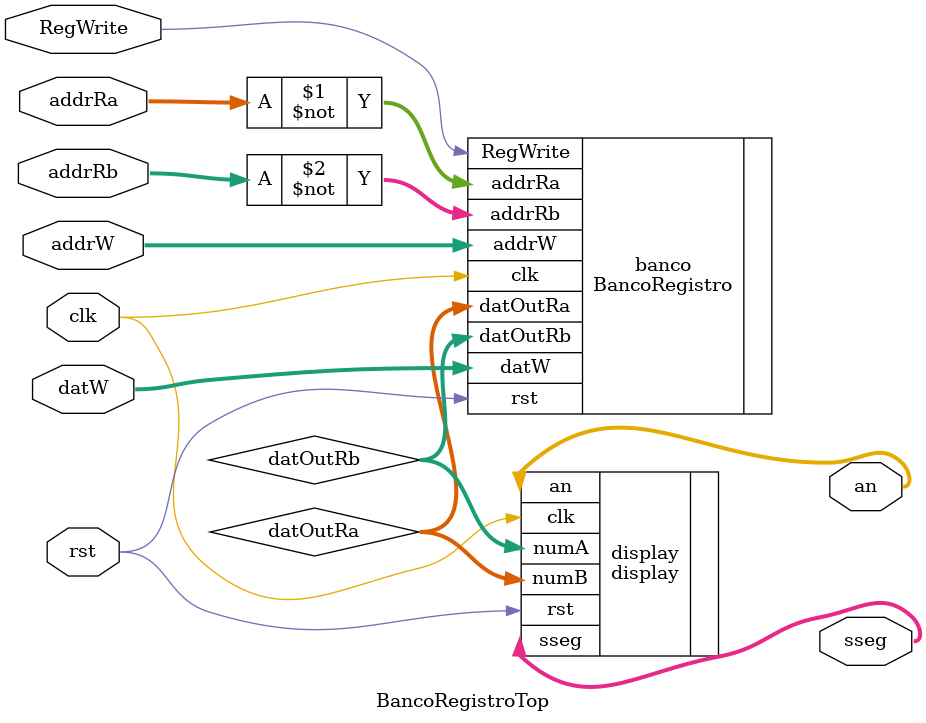
<source format=v>
module BancoRegistroTop(
	output [0:6] sseg,
	output [3:0] an,
	input [3:0] addrRa,
	input [3:0] addrRb,
	input [3:0] addrW,
	input [3:0] datW,
	input RegWrite,
	input clk,
	input rst);
	
	wire [3:0] datOutRa;
	wire [3:0] datOutRb;
	
	BancoRegistro banco(.addrRa(~addrRa),.addrRb(~addrRb),.datOutRa(datOutRa),.datOutRb(datOutRb),.addrW(addrW),.datW(datW),.RegWrite(RegWrite),.clk(clk),.rst(rst));

	display display(.numA(datOutRb),.numB(datOutRa),.clk(clk),.sseg(sseg),.an(an),.rst(rst));
	
	endmodule


</source>
